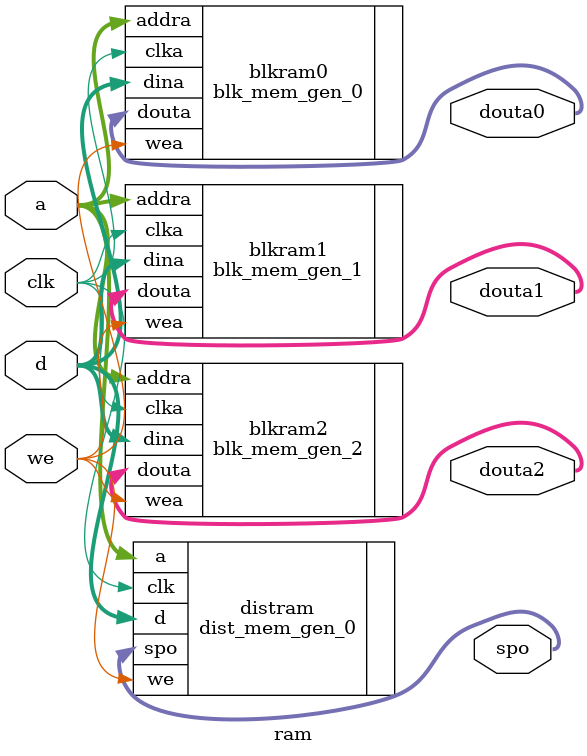
<source format=v>
module ram(
    input clk,
    input we,
    input [3:0]a,
    input [7:0]d,
    output [7:0]spo,
    output [7:0]douta0,
    output [7:0]douta1,
    output [7:0]douta2
);
dist_mem_gen_0 distram(
    .clk(clk), .we(we), .a(a), .d(d), .spo(spo));
blk_mem_gen_0 blkram0(
    .clka(clk), .wea(we),.addra(a), .dina(d), .douta(douta0));
blk_mem_gen_1 blkram1(
    .clka(clk), .wea(we),.addra(a), .dina(d), .douta(douta1));
blk_mem_gen_2 blkram2(
    .clka(clk), .wea(we),.addra(a), .dina(d), .douta(douta2));
endmodule
</source>
